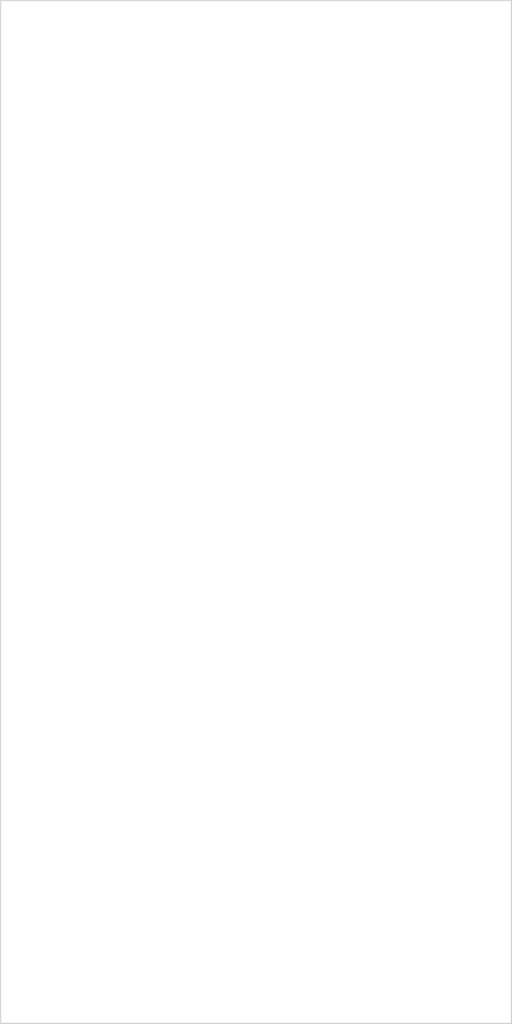
<source format=kicad_pcb>
(kicad_pcb (version 20240108) (generator "pcbnew") (generator_version "8.0")
  (layers (0 "F.Cu" signal) (31 "B.Cu" signal) (34 "B.Paste" user) (35 "F.Paste" user) (36 "B.SilkS" user "B.Silkscreen") (37 "F.SilkS" user "F.Silkscreen") (38 "B.Mask" user) (39 "F.Mask" user) (44 "Edge.Cuts" user))
  (net 0 "")
  (footprint "MountingHole:MountingHole_3.2mm_M3" (layer "F.Cu") (at 58 100)
    (property "Reference" "REF**" (hide yes))
    (property "Value" "MountingHole_3.2mm_M3" (hide yes))
    (pad "" np_thru_hole circle (at 0 0) (size 3.2 3.2) (drill 3.2) (layers "F&B.Cu" "*.Mask"))
  )
  (footprint "MountingHole:MountingHole_3.2mm_M3" (layer "F.Cu") (at 58 24)
    (property "Reference" "REF**" (hide yes))
    (property "Value" "MountingHole_3.2mm_M3" (hide yes))
    (pad "" np_thru_hole circle (at 0 0) (size 3.2 3.2) (drill 3.2) (layers "F&B.Cu" "*.Mask"))
  )
  (footprint "MountingHole:MountingHole_3.2mm_M3" (layer "F.Cu") (at 24 24)
    (property "Reference" "REF**" (hide yes))
    (property "Value" "MountingHole_3.2mm_M3" (hide yes))
    (pad "" np_thru_hole circle (at 0 0) (size 3.2 3.2) (drill 3.2) (layers "*.Cu" "*.Mask"))
  )
  (footprint "MountingHole:MountingHole_3.2mm_M3" (layer "F.Cu") (at 24 100)
    (property "Reference" "REF**" (hide yes))
    (property "Value" "MountingHole_3.2mm_M3" (hide yes))
    (pad "" np_thru_hole circle (at 0 0) (size 3.2 3.2) (drill 3.2) (layers "F&B.Cu" "*.Mask"))
  )
  (gr_rect (start 20 20) (end 62 104) (stroke (width 0.1)) (fill none) (layer "Edge.Cuts"))
)
</source>
